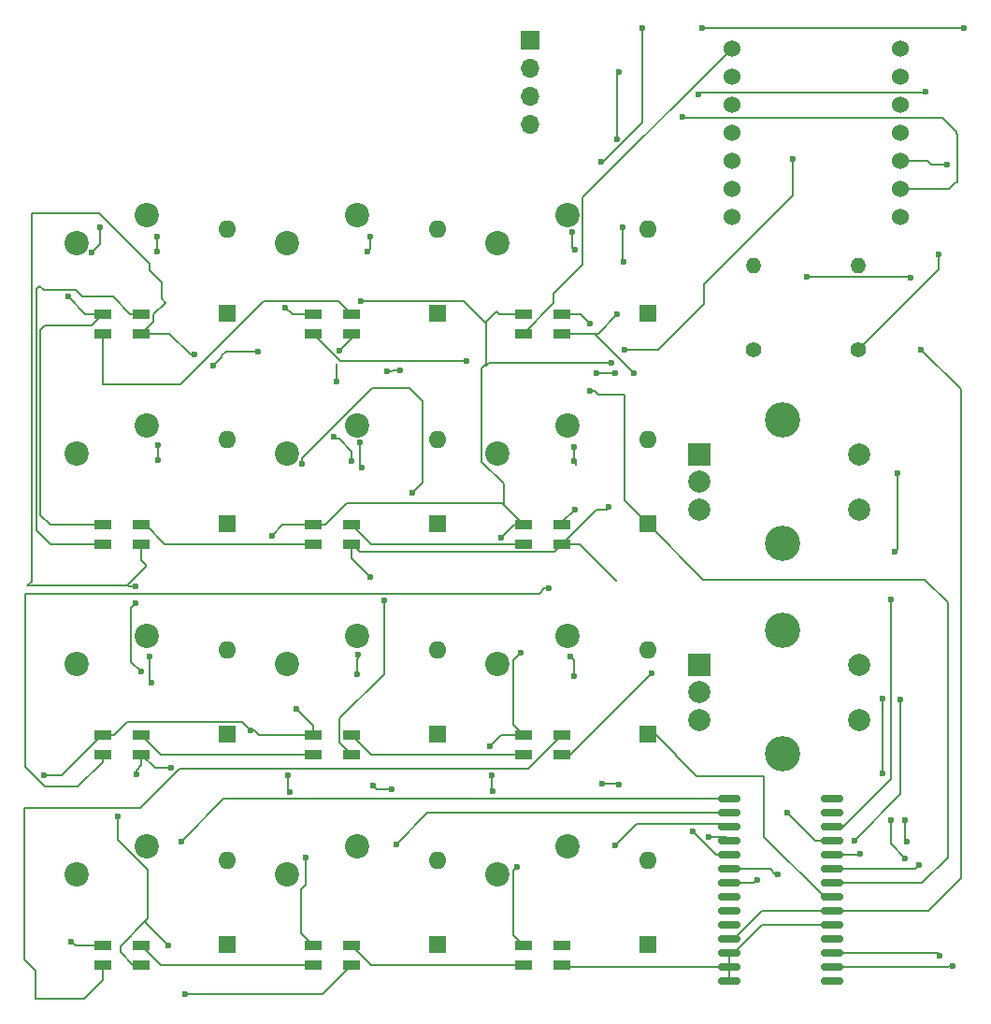
<source format=gbr>
%TF.GenerationSoftware,KiCad,Pcbnew,8.0.8*%
%TF.CreationDate,2025-02-19T23:36:16+01:00*%
%TF.ProjectId,Hackpad2.0,4861636b-7061-4643-922e-302e6b696361,rev?*%
%TF.SameCoordinates,Original*%
%TF.FileFunction,Copper,L2,Bot*%
%TF.FilePolarity,Positive*%
%FSLAX46Y46*%
G04 Gerber Fmt 4.6, Leading zero omitted, Abs format (unit mm)*
G04 Created by KiCad (PCBNEW 8.0.8) date 2025-02-19 23:36:16*
%MOMM*%
%LPD*%
G01*
G04 APERTURE LIST*
G04 Aperture macros list*
%AMRoundRect*
0 Rectangle with rounded corners*
0 $1 Rounding radius*
0 $2 $3 $4 $5 $6 $7 $8 $9 X,Y pos of 4 corners*
0 Add a 4 corners polygon primitive as box body*
4,1,4,$2,$3,$4,$5,$6,$7,$8,$9,$2,$3,0*
0 Add four circle primitives for the rounded corners*
1,1,$1+$1,$2,$3*
1,1,$1+$1,$4,$5*
1,1,$1+$1,$6,$7*
1,1,$1+$1,$8,$9*
0 Add four rect primitives between the rounded corners*
20,1,$1+$1,$2,$3,$4,$5,0*
20,1,$1+$1,$4,$5,$6,$7,0*
20,1,$1+$1,$6,$7,$8,$9,0*
20,1,$1+$1,$8,$9,$2,$3,0*%
G04 Aperture macros list end*
%TA.AperFunction,ComponentPad*%
%ADD10C,2.200000*%
%TD*%
%TA.AperFunction,ComponentPad*%
%ADD11C,1.400000*%
%TD*%
%TA.AperFunction,ComponentPad*%
%ADD12O,1.400000X1.400000*%
%TD*%
%TA.AperFunction,ComponentPad*%
%ADD13R,1.700000X1.700000*%
%TD*%
%TA.AperFunction,ComponentPad*%
%ADD14O,1.700000X1.700000*%
%TD*%
%TA.AperFunction,ComponentPad*%
%ADD15R,2.000000X2.000000*%
%TD*%
%TA.AperFunction,ComponentPad*%
%ADD16C,2.000000*%
%TD*%
%TA.AperFunction,ComponentPad*%
%ADD17C,3.200000*%
%TD*%
%TA.AperFunction,ComponentPad*%
%ADD18C,1.524000*%
%TD*%
%TA.AperFunction,ComponentPad*%
%ADD19R,1.600000X1.600000*%
%TD*%
%TA.AperFunction,ComponentPad*%
%ADD20O,1.600000X1.600000*%
%TD*%
%TA.AperFunction,SMDPad,CuDef*%
%ADD21R,1.600000X0.850000*%
%TD*%
%TA.AperFunction,SMDPad,CuDef*%
%ADD22RoundRect,0.150000X0.875000X0.150000X-0.875000X0.150000X-0.875000X-0.150000X0.875000X-0.150000X0*%
%TD*%
%TA.AperFunction,ViaPad*%
%ADD23C,0.600000*%
%TD*%
%TA.AperFunction,ViaPad*%
%ADD24C,0.300000*%
%TD*%
%TA.AperFunction,Conductor*%
%ADD25C,0.200000*%
%TD*%
G04 APERTURE END LIST*
D10*
%TO.P,SW12,1,1*%
%TO.N,SW_S_2*%
X140335000Y-54451250D03*
%TO.P,SW12,2,2*%
%TO.N,Net-(D24-A)*%
X133985000Y-56991250D03*
%TD*%
%TO.P,SW3,1,1*%
%TO.N,SW_S_3*%
X159385000Y-73501250D03*
%TO.P,SW3,2,2*%
%TO.N,Net-(D8-A)*%
X153035000Y-76041250D03*
%TD*%
D11*
%TO.P,R1,1*%
%TO.N,+3.3V*%
X176212500Y-66675000D03*
D12*
%TO.P,R1,2*%
%TO.N,Net-(U1-GPIO7{slash}SCL)*%
X176212500Y-59055000D03*
%TD*%
D10*
%TO.P,SW7,1,1*%
%TO.N,SW_S_1*%
X121285000Y-73501250D03*
%TO.P,SW7,2,2*%
%TO.N,Net-(D16-A)*%
X114935000Y-76041250D03*
%TD*%
%TO.P,SW6,1,1*%
%TO.N,SW_S_3*%
X159385000Y-54451250D03*
%TO.P,SW6,2,2*%
%TO.N,Net-(D15-A)*%
X153035000Y-56991250D03*
%TD*%
%TO.P,SW1,1,1*%
%TO.N,SW_S_2*%
X140335000Y-111601250D03*
%TO.P,SW1,2,2*%
%TO.N,Net-(D17-A)*%
X133985000Y-114141250D03*
%TD*%
%TO.P,SW9,1,1*%
%TO.N,SW_S_1*%
X121285000Y-54451250D03*
%TO.P,SW9,2,2*%
%TO.N,Net-(D21-A)*%
X114935000Y-56991250D03*
%TD*%
%TO.P,SW5,1,1*%
%TO.N,SW_S_3*%
X159385000Y-92551250D03*
%TO.P,SW5,2,2*%
%TO.N,Net-(D9-A)*%
X153035000Y-95091250D03*
%TD*%
D11*
%TO.P,R2,1*%
%TO.N,+3.3V*%
X185737500Y-66675000D03*
D12*
%TO.P,R2,2*%
%TO.N,Net-(U1-GPIO6{slash}SDA)*%
X185737500Y-59055000D03*
%TD*%
D10*
%TO.P,SW10,1,1*%
%TO.N,SW_S_2*%
X140335000Y-73501250D03*
%TO.P,SW10,2,2*%
%TO.N,Net-(D22-A)*%
X133985000Y-76041250D03*
%TD*%
%TO.P,SW11,1,1*%
%TO.N,SW_S_2*%
X140335000Y-92551250D03*
%TO.P,SW11,2,2*%
%TO.N,Net-(D23-A)*%
X133985000Y-95091250D03*
%TD*%
%TO.P,SW2,1,1*%
%TO.N,SW_S_3*%
X159385000Y-111601250D03*
%TO.P,SW2,2,2*%
%TO.N,Net-(D18-A)*%
X153035000Y-114141250D03*
%TD*%
D13*
%TO.P,J1,1,GND*%
%TO.N,GND*%
X156000000Y-38610000D03*
D14*
%TO.P,J1,2,VCC*%
%TO.N,+3.3V*%
X156000000Y-41150000D03*
%TO.P,J1,3,SCL*%
%TO.N,OLED_2*%
X156000000Y-43690000D03*
%TO.P,J1,4,SDA*%
%TO.N,OLED_3*%
X156000000Y-46230000D03*
%TD*%
D10*
%TO.P,SW4,1,1*%
%TO.N,SW_S_1*%
X121285000Y-111601250D03*
%TO.P,SW4,2,2*%
%TO.N,Net-(D20-A)*%
X114935000Y-114141250D03*
%TD*%
D15*
%TO.P,SW14,A,A*%
%TO.N,RE_R_3*%
X171343750Y-76081250D03*
D16*
%TO.P,SW14,B,B*%
%TO.N,RE_R_4*%
X171343750Y-81081250D03*
%TO.P,SW14,C,C*%
%TO.N,GND*%
X171343750Y-78581250D03*
D17*
%TO.P,SW14,MP*%
%TO.N,N/C*%
X178843750Y-72981250D03*
X178843750Y-84181250D03*
D16*
%TO.P,SW14,S1,S1*%
%TO.N,RE_S_2*%
X185843750Y-81081250D03*
%TO.P,SW14,S2,S2*%
%TO.N,GND*%
X185843750Y-76081250D03*
%TD*%
D15*
%TO.P,SW13,A,A*%
%TO.N,RE_R_1*%
X171343750Y-95131250D03*
D16*
%TO.P,SW13,B,B*%
%TO.N,RE_R_2*%
X171343750Y-100131250D03*
%TO.P,SW13,C,C*%
%TO.N,GND*%
X171343750Y-97631250D03*
D17*
%TO.P,SW13,MP*%
%TO.N,N/C*%
X178843750Y-92031250D03*
X178843750Y-103231250D03*
D16*
%TO.P,SW13,S1,S1*%
%TO.N,RE_S_1*%
X185843750Y-100131250D03*
%TO.P,SW13,S2,S2*%
%TO.N,GND*%
X185843750Y-95131250D03*
%TD*%
D18*
%TO.P,U1,1,GPIO26/ADC0/A0*%
%TO.N,LED*%
X174310000Y-39330000D03*
%TO.P,U1,2,GPIO27/ADC1/A1*%
%TO.N,unconnected-(U1-GPIO27{slash}ADC1{slash}A1-Pad2)_1*%
X174310000Y-41870000D03*
%TO.P,U1,3,GPIO28/ADC2/A2*%
%TO.N,unconnected-(U1-GPIO28{slash}ADC2{slash}A2-Pad3)*%
X174310000Y-44410000D03*
%TO.P,U1,4,GPIO29/ADC3/A3*%
%TO.N,unconnected-(U1-GPIO29{slash}ADC3{slash}A3-Pad4)_1*%
X174310000Y-46950000D03*
%TO.P,U1,5,GPIO6/SDA*%
%TO.N,Net-(U1-GPIO6{slash}SDA)*%
X174310000Y-49490000D03*
%TO.P,U1,6,GPIO7/SCL*%
%TO.N,Net-(U1-GPIO7{slash}SCL)*%
X174310000Y-52030000D03*
%TO.P,U1,7,GPIO0/TX*%
%TO.N,unconnected-(U1-GPIO0{slash}TX-Pad7)_1*%
X174310000Y-54570000D03*
%TO.P,U1,8,GPIO1/RX*%
%TO.N,unconnected-(U1-GPIO1{slash}RX-Pad8)_1*%
X189550000Y-54570000D03*
%TO.P,U1,9,GPIO2/SCK*%
%TO.N,OLED_3*%
X189550000Y-52030000D03*
%TO.P,U1,10,GPIO4/MISO*%
%TO.N,OLED_2*%
X189550000Y-49490000D03*
%TO.P,U1,11,GPIO3/MOSI*%
%TO.N,unconnected-(U1-GPIO3{slash}MOSI-Pad11)*%
X189550000Y-46950000D03*
%TO.P,U1,12,3V3*%
%TO.N,+3.3V*%
X189550000Y-44410000D03*
%TO.P,U1,13,GND*%
%TO.N,GND*%
X189550000Y-41870000D03*
%TO.P,U1,14,VBUS*%
%TO.N,+5V*%
X189550000Y-39330000D03*
%TD*%
D10*
%TO.P,SW8,1,1*%
%TO.N,SW_S_1*%
X121285000Y-92551250D03*
%TO.P,SW8,2,2*%
%TO.N,Net-(D19-A)*%
X114935000Y-95091250D03*
%TD*%
D19*
%TO.P,D18,1,K*%
%TO.N,SW_L_4*%
X166687500Y-120491250D03*
D20*
%TO.P,D18,2,A*%
%TO.N,Net-(D18-A)*%
X166687500Y-112871250D03*
%TD*%
D21*
%TO.P,D2,1,DOUT*%
%TO.N,Net-(D1-DIN)*%
X158912500Y-82468750D03*
%TO.P,D2,2,VSS*%
%TO.N,GND*%
X158912500Y-84218750D03*
%TO.P,D2,3,DIN*%
%TO.N,Net-(D2-DIN)*%
X155412500Y-84218750D03*
%TO.P,D2,4,VDD*%
%TO.N,+5V*%
X155412500Y-82468750D03*
%TD*%
D19*
%TO.P,D15,1,K*%
%TO.N,SW_L_1*%
X166687500Y-63341250D03*
D20*
%TO.P,D15,2,A*%
%TO.N,Net-(D15-A)*%
X166687500Y-55721250D03*
%TD*%
D19*
%TO.P,D16,1,K*%
%TO.N,SW_L_2*%
X128587500Y-82391250D03*
D20*
%TO.P,D16,2,A*%
%TO.N,Net-(D16-A)*%
X128587500Y-74771250D03*
%TD*%
D19*
%TO.P,D21,1,K*%
%TO.N,SW_L_1*%
X128587500Y-63341250D03*
D20*
%TO.P,D21,2,A*%
%TO.N,Net-(D21-A)*%
X128587500Y-55721250D03*
%TD*%
D19*
%TO.P,D17,1,K*%
%TO.N,SW_L_4*%
X147637500Y-120491250D03*
D20*
%TO.P,D17,2,A*%
%TO.N,Net-(D17-A)*%
X147637500Y-112871250D03*
%TD*%
D19*
%TO.P,D22,1,K*%
%TO.N,SW_L_2*%
X147637500Y-82391250D03*
D20*
%TO.P,D22,2,A*%
%TO.N,Net-(D22-A)*%
X147637500Y-74771250D03*
%TD*%
D22*
%TO.P,U2,1,GPB0*%
%TO.N,unconnected-(U2-GPB0-Pad1)*%
X183356250Y-107315000D03*
%TO.P,U2,2,GPB1*%
%TO.N,unconnected-(U2-GPB1-Pad2)*%
X183356250Y-108585000D03*
%TO.P,U2,3,GPB2*%
%TO.N,RE_R_4*%
X183356250Y-109855000D03*
%TO.P,U2,4,GPB3*%
%TO.N,RE_R_2*%
X183356250Y-111125000D03*
%TO.P,U2,5,GPB4*%
%TO.N,RE_S_1*%
X183356250Y-112395000D03*
%TO.P,U2,6,GPB5*%
%TO.N,SW_L_1*%
X183356250Y-113665000D03*
%TO.P,U2,7,GPB6*%
%TO.N,SW_L_2*%
X183356250Y-114935000D03*
%TO.P,U2,8,GPB7*%
%TO.N,SW_L_3*%
X183356250Y-116205000D03*
%TO.P,U2,9,VDD*%
%TO.N,+3.3V*%
X183356250Y-117475000D03*
%TO.P,U2,10,VSS*%
%TO.N,GND*%
X183356250Y-118745000D03*
%TO.P,U2,11,NC*%
%TO.N,unconnected-(U2-NC-Pad11)*%
X183356250Y-120015000D03*
%TO.P,U2,12,SCK*%
%TO.N,Net-(U1-GPIO7{slash}SCL)*%
X183356250Y-121285000D03*
%TO.P,U2,13,SDA*%
%TO.N,Net-(U1-GPIO6{slash}SDA)*%
X183356250Y-122555000D03*
%TO.P,U2,14,NC*%
%TO.N,unconnected-(U2-NC-Pad14)*%
X183356250Y-123825000D03*
%TO.P,U2,15,A0*%
%TO.N,GND*%
X174056250Y-123825000D03*
%TO.P,U2,16,A1*%
X174056250Y-122555000D03*
%TO.P,U2,17,A2*%
X174056250Y-121285000D03*
%TO.P,U2,18,~{RESET}*%
%TO.N,+3.3V*%
X174056250Y-120015000D03*
%TO.P,U2,19,INTB*%
%TO.N,unconnected-(U2-INTB-Pad19)*%
X174056250Y-118745000D03*
%TO.P,U2,20,INTA*%
%TO.N,unconnected-(U2-INTA-Pad20)*%
X174056250Y-117475000D03*
%TO.P,U2,21,GPA0*%
%TO.N,unconnected-(U2-GPA0-Pad21)*%
X174056250Y-116205000D03*
%TO.P,U2,22,GPA1*%
%TO.N,RE_R_3*%
X174056250Y-114935000D03*
%TO.P,U2,23,GPA2*%
%TO.N,RE_R_1*%
X174056250Y-113665000D03*
%TO.P,U2,24,GPA3*%
%TO.N,RE_S_2*%
X174056250Y-112395000D03*
%TO.P,U2,25,GPA4*%
%TO.N,SW_L_4*%
X174056250Y-111125000D03*
%TO.P,U2,26,GPA5*%
%TO.N,SW_S_3*%
X174056250Y-109855000D03*
%TO.P,U2,27,GPA6*%
%TO.N,SW_S_2*%
X174056250Y-108585000D03*
%TO.P,U2,28,GPA7*%
%TO.N,SW_S_1*%
X174056250Y-107315000D03*
%TD*%
D19*
%TO.P,D20,1,K*%
%TO.N,SW_L_4*%
X128587500Y-120491250D03*
D20*
%TO.P,D20,2,A*%
%TO.N,Net-(D20-A)*%
X128587500Y-112871250D03*
%TD*%
D21*
%TO.P,D4,1,DOUT*%
%TO.N,Net-(D3-DIN)*%
X120812500Y-82468750D03*
%TO.P,D4,2,VSS*%
%TO.N,GND*%
X120812500Y-84218750D03*
%TO.P,D4,3,DIN*%
%TO.N,Net-(D4-DIN)*%
X117312500Y-84218750D03*
%TO.P,D4,4,VDD*%
%TO.N,+5V*%
X117312500Y-82468750D03*
%TD*%
%TO.P,D14,1,DOUT*%
%TO.N,Net-(D13-DIN)*%
X139862500Y-101518750D03*
%TO.P,D14,2,VSS*%
%TO.N,GND*%
X139862500Y-103268750D03*
%TO.P,D14,3,DIN*%
%TO.N,Net-(D1-DOUT)*%
X136362500Y-103268750D03*
%TO.P,D14,4,VDD*%
%TO.N,+5V*%
X136362500Y-101518750D03*
%TD*%
%TO.P,D1,1,DOUT*%
%TO.N,Net-(D1-DOUT)*%
X120812500Y-101518750D03*
%TO.P,D1,2,VSS*%
%TO.N,GND*%
X120812500Y-103268750D03*
%TO.P,D1,3,DIN*%
%TO.N,Net-(D1-DIN)*%
X117312500Y-103268750D03*
%TO.P,D1,4,VDD*%
%TO.N,+5V*%
X117312500Y-101518750D03*
%TD*%
D19*
%TO.P,D23,1,K*%
%TO.N,SW_L_3*%
X147637500Y-101441250D03*
D20*
%TO.P,D23,2,A*%
%TO.N,Net-(D23-A)*%
X147637500Y-93821250D03*
%TD*%
D21*
%TO.P,D10,1,DOUT*%
%TO.N,unconnected-(D10-DOUT-Pad1)*%
X158912500Y-120568750D03*
%TO.P,D10,2,VSS*%
%TO.N,GND*%
X158912500Y-122318750D03*
%TO.P,D10,3,DIN*%
%TO.N,Net-(D10-DIN)*%
X155412500Y-122318750D03*
%TO.P,D10,4,VDD*%
%TO.N,+5V*%
X155412500Y-120568750D03*
%TD*%
%TO.P,D13,1,DOUT*%
%TO.N,Net-(D12-DIN)*%
X158912500Y-101518750D03*
%TO.P,D13,2,VSS*%
%TO.N,GND*%
X158912500Y-103268750D03*
%TO.P,D13,3,DIN*%
%TO.N,Net-(D13-DIN)*%
X155412500Y-103268750D03*
%TO.P,D13,4,VDD*%
%TO.N,+5V*%
X155412500Y-101518750D03*
%TD*%
D19*
%TO.P,D8,1,K*%
%TO.N,SW_L_2*%
X166687500Y-82391250D03*
D20*
%TO.P,D8,2,A*%
%TO.N,Net-(D8-A)*%
X166687500Y-74771250D03*
%TD*%
D19*
%TO.P,D9,1,K*%
%TO.N,SW_L_3*%
X166687500Y-101441250D03*
D20*
%TO.P,D9,2,A*%
%TO.N,Net-(D9-A)*%
X166687500Y-93821250D03*
%TD*%
D21*
%TO.P,D11,1,DOUT*%
%TO.N,Net-(D10-DIN)*%
X139862500Y-120568750D03*
%TO.P,D11,2,VSS*%
%TO.N,GND*%
X139862500Y-122318750D03*
%TO.P,D11,3,DIN*%
%TO.N,Net-(D11-DIN)*%
X136362500Y-122318750D03*
%TO.P,D11,4,VDD*%
%TO.N,+5V*%
X136362500Y-120568750D03*
%TD*%
%TO.P,D6,1,DOUT*%
%TO.N,Net-(D5-DIN)*%
X139862500Y-63418750D03*
%TO.P,D6,2,VSS*%
%TO.N,GND*%
X139862500Y-65168750D03*
%TO.P,D6,3,DIN*%
%TO.N,Net-(D6-DIN)*%
X136362500Y-65168750D03*
%TO.P,D6,4,VDD*%
%TO.N,+5V*%
X136362500Y-63418750D03*
%TD*%
%TO.P,D5,1,DOUT*%
%TO.N,Net-(D4-DIN)*%
X120812500Y-63418750D03*
%TO.P,D5,2,VSS*%
%TO.N,GND*%
X120812500Y-65168750D03*
%TO.P,D5,3,DIN*%
%TO.N,Net-(D5-DIN)*%
X117312500Y-65168750D03*
%TO.P,D5,4,VDD*%
%TO.N,+5V*%
X117312500Y-63418750D03*
%TD*%
D19*
%TO.P,D24,1,K*%
%TO.N,SW_L_1*%
X147637500Y-63341250D03*
D20*
%TO.P,D24,2,A*%
%TO.N,Net-(D24-A)*%
X147637500Y-55721250D03*
%TD*%
D21*
%TO.P,D7,1,DOUT*%
%TO.N,Net-(D6-DIN)*%
X158912500Y-63418750D03*
%TO.P,D7,2,VSS*%
%TO.N,GND*%
X158912500Y-65168750D03*
%TO.P,D7,3,DIN*%
%TO.N,LED*%
X155412500Y-65168750D03*
%TO.P,D7,4,VDD*%
%TO.N,+5V*%
X155412500Y-63418750D03*
%TD*%
%TO.P,D3,1,DOUT*%
%TO.N,Net-(D2-DIN)*%
X139862500Y-82468750D03*
%TO.P,D3,2,VSS*%
%TO.N,GND*%
X139862500Y-84218750D03*
%TO.P,D3,3,DIN*%
%TO.N,Net-(D3-DIN)*%
X136362500Y-84218750D03*
%TO.P,D3,4,VDD*%
%TO.N,+5V*%
X136362500Y-82468750D03*
%TD*%
D19*
%TO.P,D19,1,K*%
%TO.N,SW_L_3*%
X128587500Y-101441250D03*
D20*
%TO.P,D19,2,A*%
%TO.N,Net-(D19-A)*%
X128587500Y-93821250D03*
%TD*%
D21*
%TO.P,D12,1,DOUT*%
%TO.N,Net-(D11-DIN)*%
X120812500Y-120568750D03*
%TO.P,D12,2,VSS*%
%TO.N,GND*%
X120812500Y-122318750D03*
%TO.P,D12,3,DIN*%
%TO.N,Net-(D12-DIN)*%
X117312500Y-122318750D03*
%TO.P,D12,4,VDD*%
%TO.N,+5V*%
X117312500Y-120568750D03*
%TD*%
D23*
%TO.N,+5V*%
X134090000Y-105190000D03*
X134240000Y-106685735D03*
X155190000Y-94080000D03*
X154800000Y-113490000D03*
X163400000Y-67840000D03*
X133870000Y-62810000D03*
X152360000Y-102530000D03*
X114460000Y-120190000D03*
X152670000Y-106560000D03*
X140720000Y-62210000D03*
X117050000Y-55510000D03*
X111970000Y-105130000D03*
X132650000Y-83440000D03*
X116313345Y-57803761D03*
X179830000Y-49350000D03*
X164610000Y-66620000D03*
X134850000Y-99180000D03*
X114160000Y-61820000D03*
X152520000Y-105190000D03*
X153410000Y-83618750D03*
X135680000Y-112580000D03*
X130670000Y-101100000D03*
%TO.N,GND*%
X166210000Y-37480000D03*
X164460000Y-58710000D03*
X123270000Y-120570000D03*
X120790000Y-95790000D03*
X167060000Y-95900000D03*
X118670000Y-108910000D03*
X131360000Y-66770000D03*
X139880000Y-76670000D03*
X138776140Y-66733860D03*
X162480000Y-49650000D03*
X120340000Y-105110000D03*
X171560000Y-37470000D03*
X138280000Y-74540000D03*
D24*
X163850000Y-87550000D03*
D23*
X165450000Y-68750000D03*
X127320000Y-68070000D03*
X163930000Y-63430000D03*
X120320000Y-88090000D03*
X163170000Y-80850000D03*
X120290000Y-89600000D03*
X141550000Y-87170000D03*
X142770000Y-89290000D03*
X123540000Y-104500000D03*
X124790000Y-124930000D03*
X125650000Y-67080000D03*
X195330000Y-37550000D03*
X164380000Y-55510000D03*
X138510000Y-69510000D03*
%TO.N,Net-(D1-DIN)*%
X160050000Y-81080000D03*
X157690000Y-88230000D03*
%TO.N,Net-(D6-DIN)*%
X150269265Y-67640735D03*
X161420000Y-64260000D03*
%TO.N,SW_L_2*%
X145360000Y-79560000D03*
X161430000Y-70330000D03*
X135390000Y-76970000D03*
%TO.N,SW_L_3*%
X141775735Y-106085735D03*
X162530000Y-105880000D03*
X164100000Y-105990000D03*
X143470000Y-106440000D03*
%TO.N,SW_L_1*%
X143050000Y-68560000D03*
X144250000Y-68480000D03*
X191220000Y-113320000D03*
X162070000Y-68780000D03*
X163720000Y-68710000D03*
%TO.N,OLED_3*%
X169790000Y-45510000D03*
%TO.N,OLED_2*%
X191873486Y-43302238D03*
X193750000Y-49890000D03*
X171230000Y-43510000D03*
%TO.N,Net-(U1-GPIO7{slash}SCL)*%
X193110000Y-121500000D03*
X190490000Y-60090000D03*
X181050000Y-60060000D03*
%TO.N,+3.3V*%
X193020000Y-57990000D03*
X163880000Y-47560000D03*
X164100000Y-41510000D03*
X191450000Y-66620000D03*
%TO.N,Net-(U1-GPIO6{slash}SDA)*%
X194300000Y-122430000D03*
%TO.N,SW_L_4*%
X172230000Y-110770000D03*
%TO.N,SW_S_3*%
X160020000Y-76730000D03*
X159870000Y-55960000D03*
X160020000Y-96210000D03*
X163760000Y-111490000D03*
X159620000Y-94370000D03*
X160090000Y-57591250D03*
X160020000Y-75441250D03*
%TO.N,SW_S_1*%
X124420000Y-111160000D03*
X122280000Y-75240000D03*
X122200000Y-57780000D03*
X122280000Y-76641250D03*
X121530000Y-94370000D03*
X122200000Y-56391250D03*
X121760000Y-96760000D03*
%TO.N,SW_S_2*%
X140440000Y-94220000D03*
X140810000Y-77330000D03*
X143920000Y-111380000D03*
X141260000Y-57750000D03*
X140590000Y-75020000D03*
X140370000Y-96010000D03*
X141560000Y-56391250D03*
%TO.N,RE_R_2*%
X179300000Y-108550000D03*
%TO.N,RE_R_1*%
X187980000Y-104980000D03*
X188660000Y-109240000D03*
X178460000Y-114110000D03*
X189950000Y-112660000D03*
X187980000Y-98200000D03*
%TO.N,RE_S_1*%
X185890000Y-112270000D03*
X190000000Y-109240000D03*
X190150000Y-111150000D03*
%TO.N,RE_S_2*%
X170760000Y-110250000D03*
%TO.N,RE_R_3*%
X189570000Y-98280000D03*
X189270000Y-77810000D03*
X185390000Y-111060000D03*
X176560000Y-114640000D03*
X189040000Y-84890000D03*
%TO.N,RE_R_4*%
X188740000Y-89220000D03*
%TD*%
D25*
%TO.N,+5V*%
X152060000Y-64260000D02*
X152060000Y-64110000D01*
X114460000Y-120190000D02*
X114838750Y-120568750D01*
X111690000Y-81580000D02*
X112578750Y-82468750D01*
X152060000Y-68070000D02*
X152060000Y-67920000D01*
X152290000Y-67840000D02*
X152060000Y-68070000D01*
X152060000Y-64110000D02*
X152970000Y-63200000D01*
X119490000Y-100341250D02*
X129911250Y-100341250D01*
X136362500Y-82468750D02*
X133621250Y-82468750D01*
X136362500Y-82468750D02*
X137501250Y-82468750D01*
X155190000Y-94080000D02*
X154495000Y-94775000D01*
X179830000Y-49350000D02*
X179830000Y-52630000D01*
X117312500Y-63418750D02*
X115758750Y-63418750D01*
X114838750Y-120568750D02*
X117312500Y-120568750D01*
X154560000Y-82468750D02*
X153410000Y-83618750D01*
X129911250Y-100341250D02*
X130670000Y-101100000D01*
X152970000Y-63200000D02*
X153188750Y-63418750D01*
X153650000Y-78769194D02*
X153650000Y-80550000D01*
X116287500Y-64443750D02*
X112076250Y-64443750D01*
X117312500Y-101518750D02*
X118312500Y-101518750D01*
X116313345Y-57803761D02*
X117050000Y-57067106D01*
X135300000Y-115470000D02*
X135300000Y-119506250D01*
X134090000Y-105190000D02*
X134090000Y-106535735D01*
X152520000Y-105190000D02*
X152520000Y-106410000D01*
X111690000Y-64830000D02*
X111690000Y-81580000D01*
X117050000Y-57067106D02*
X117050000Y-55510000D01*
X171770000Y-60690000D02*
X171770000Y-62510000D01*
X167660000Y-66620000D02*
X164610000Y-66620000D01*
X171770000Y-62510000D02*
X167660000Y-66620000D01*
X135300000Y-119506250D02*
X136362500Y-120568750D01*
X153371250Y-101518750D02*
X152360000Y-102530000D01*
X139420000Y-80550000D02*
X153493750Y-80550000D01*
X155412500Y-101518750D02*
X153371250Y-101518750D01*
X151635000Y-76754194D02*
X153650000Y-78769194D01*
X115758750Y-63418750D02*
X114160000Y-61820000D01*
X151635000Y-68345000D02*
X151635000Y-76754194D01*
X131050000Y-101100000D02*
X131468750Y-101518750D01*
X112578750Y-82468750D02*
X117312500Y-82468750D01*
X136362500Y-100692500D02*
X134850000Y-99180000D01*
X179830000Y-52630000D02*
X171770000Y-60690000D01*
X134090000Y-106535735D02*
X134240000Y-106685735D01*
X117237500Y-101518750D02*
X113626250Y-105130000D01*
X113626250Y-105130000D02*
X111970000Y-105130000D01*
X137501250Y-82468750D02*
X139420000Y-80550000D01*
X154495000Y-113795000D02*
X154495000Y-119651250D01*
X136362500Y-101518750D02*
X136362500Y-100692500D01*
X131468750Y-101518750D02*
X136362500Y-101518750D01*
X155412500Y-82468750D02*
X154560000Y-82468750D01*
X154495000Y-94775000D02*
X154495000Y-100601250D01*
X150010000Y-62210000D02*
X152060000Y-64260000D01*
X130670000Y-101100000D02*
X131050000Y-101100000D01*
X118312500Y-101518750D02*
X119490000Y-100341250D01*
X133621250Y-82468750D02*
X132650000Y-83440000D01*
X134478750Y-63418750D02*
X133870000Y-62810000D01*
X154800000Y-113490000D02*
X154495000Y-113795000D01*
X140720000Y-62210000D02*
X150010000Y-62210000D01*
X163400000Y-67840000D02*
X152290000Y-67840000D01*
X135680000Y-112580000D02*
X135680000Y-115090000D01*
X135680000Y-115090000D02*
X135300000Y-115470000D01*
X153493750Y-80550000D02*
X155412500Y-82468750D01*
X112076250Y-64443750D02*
X111690000Y-64830000D01*
X152520000Y-106410000D02*
X152670000Y-106560000D01*
X117312500Y-63418750D02*
X116287500Y-64443750D01*
X154495000Y-119651250D02*
X155412500Y-120568750D01*
X154495000Y-100601250D02*
X155412500Y-101518750D01*
X152060000Y-67920000D02*
X152060000Y-64260000D01*
X153188750Y-63418750D02*
X155412500Y-63418750D01*
X152060000Y-67920000D02*
X151635000Y-68345000D01*
X117312500Y-101518750D02*
X117237500Y-101518750D01*
X136362500Y-63418750D02*
X134478750Y-63418750D01*
%TO.N,GND*%
X110510000Y-88000000D02*
X110510000Y-88010000D01*
X119490000Y-88010000D02*
X119560000Y-87940000D01*
X122625000Y-60555000D02*
X121540000Y-59470000D01*
X121430000Y-113726149D02*
X118670000Y-110966149D01*
X121238125Y-118538125D02*
X121238125Y-118318125D01*
X163850000Y-87550000D02*
X160518750Y-84218750D01*
X139862500Y-65168750D02*
X139862500Y-65647500D01*
X162638529Y-49650000D02*
X162480000Y-49650000D01*
X125650000Y-67080000D02*
X125270000Y-67080000D01*
X123270000Y-120570000D02*
X121238125Y-118538125D01*
X162051250Y-81080000D02*
X158912500Y-84218750D01*
X120340000Y-104720000D02*
X120812500Y-104247500D01*
X159148750Y-122555000D02*
X158912500Y-122318750D01*
X118920000Y-121200000D02*
X118920000Y-120636250D01*
X120320000Y-88090000D02*
X119710000Y-88090000D01*
X162940000Y-81080000D02*
X162051250Y-81080000D01*
X120340000Y-105110000D02*
X120340000Y-104720000D01*
X128460000Y-66770000D02*
X128080000Y-67150000D01*
X137251250Y-124930000D02*
X124790000Y-124930000D01*
X121240000Y-86100000D02*
X120812500Y-85672500D01*
X119885000Y-94885000D02*
X119885000Y-90005000D01*
X120812500Y-122318750D02*
X120038750Y-122318750D01*
X119885000Y-90005000D02*
X120290000Y-89600000D01*
X163170000Y-80850000D02*
X162940000Y-81080000D01*
X120812500Y-103268750D02*
X122043750Y-104500000D01*
X122043750Y-104500000D02*
X123540000Y-104500000D01*
X122625000Y-61995000D02*
X122625000Y-60555000D01*
X118920000Y-120636250D02*
X121238125Y-118318125D01*
X174056250Y-121285000D02*
X174056250Y-122555000D01*
X138430000Y-74690000D02*
X138280000Y-74540000D01*
X138510000Y-69510000D02*
X138510000Y-67881936D01*
X128080000Y-67310000D02*
X127320000Y-68070000D01*
X116970000Y-54290000D02*
X110890000Y-54290000D01*
X195250000Y-37470000D02*
X195330000Y-37550000D01*
X174056250Y-123825000D02*
X174056250Y-122555000D01*
X121240000Y-86260000D02*
X121240000Y-86100000D01*
X120038750Y-122318750D02*
X118920000Y-121200000D01*
X164380000Y-55510000D02*
X164380000Y-58630000D01*
X140587500Y-84943750D02*
X158187500Y-84943750D01*
X110510000Y-88010000D02*
X119490000Y-88010000D01*
X161868750Y-65168750D02*
X158912500Y-65168750D01*
X160518750Y-84218750D02*
X158912500Y-84218750D01*
X110890000Y-87620000D02*
X110510000Y-88000000D01*
X176991802Y-118745000D02*
X174451802Y-121285000D01*
X119710000Y-88090000D02*
X119560000Y-87940000D01*
X118670000Y-110966149D02*
X118670000Y-108910000D01*
X121540000Y-58860000D02*
X116970000Y-54290000D01*
X174451802Y-121285000D02*
X174056250Y-121285000D01*
X110890000Y-54290000D02*
X110890000Y-87620000D01*
X120812500Y-104247500D02*
X120812500Y-103268750D01*
X139862500Y-84218750D02*
X139862500Y-85482500D01*
X139862500Y-103268750D02*
X138762500Y-102168750D01*
X164380000Y-58630000D02*
X164460000Y-58710000D01*
X122990000Y-62360000D02*
X122625000Y-61995000D01*
X131360000Y-66770000D02*
X128460000Y-66770000D01*
X121430000Y-118126250D02*
X121430000Y-116830000D01*
X121430000Y-116830000D02*
X121430000Y-113726149D01*
X139862500Y-122318750D02*
X137251250Y-124930000D01*
X142770000Y-95979652D02*
X142770000Y-89290000D01*
X158187500Y-84943750D02*
X158912500Y-84218750D01*
X138740000Y-74690000D02*
X138430000Y-74690000D01*
X121912500Y-63437500D02*
X122990000Y-62360000D01*
X128080000Y-67150000D02*
X128080000Y-67310000D01*
X120790000Y-95790000D02*
X119885000Y-94885000D01*
X165450000Y-68750000D02*
X161868750Y-65168750D01*
X139880000Y-75830000D02*
X138740000Y-74690000D01*
X163930000Y-63430000D02*
X162191250Y-65168750D01*
X139862500Y-85482500D02*
X141550000Y-87170000D01*
X166210000Y-37480000D02*
X166210000Y-46078529D01*
X121238125Y-118318125D02*
X121430000Y-118126250D01*
X121540000Y-59470000D02*
X121540000Y-58860000D01*
X120812500Y-65168750D02*
X121912500Y-64068750D01*
X171560000Y-37470000D02*
X195250000Y-37470000D01*
X121912500Y-64068750D02*
X121912500Y-63437500D01*
X139862500Y-65647500D02*
X138776140Y-66733860D01*
X139880000Y-76670000D02*
X139880000Y-75830000D01*
X138762500Y-102168750D02*
X138762500Y-99987152D01*
X166210000Y-46078529D02*
X162638529Y-49650000D01*
X174056250Y-122555000D02*
X159148750Y-122555000D01*
X120812500Y-85672500D02*
X120812500Y-84218750D01*
X123358750Y-65168750D02*
X120812500Y-65168750D01*
X139862500Y-84218750D02*
X140587500Y-84943750D01*
X119560000Y-87940000D02*
X121240000Y-86260000D01*
X138762500Y-99987152D02*
X142770000Y-95979652D01*
X159691250Y-103268750D02*
X167060000Y-95900000D01*
X125270000Y-67080000D02*
X123358750Y-65168750D01*
X183356250Y-118745000D02*
X176991802Y-118745000D01*
X162191250Y-65168750D02*
X158912500Y-65168750D01*
X158912500Y-103268750D02*
X159691250Y-103268750D01*
%TO.N,Net-(D1-DOUT)*%
X122562500Y-103268750D02*
X136362500Y-103268750D01*
X120812500Y-101518750D02*
X122562500Y-103268750D01*
%TO.N,Net-(D1-DIN)*%
X156850000Y-88690000D02*
X110280000Y-88690000D01*
X157690000Y-88230000D02*
X157310000Y-88230000D01*
X158912500Y-82468750D02*
X158912500Y-82217500D01*
X112100000Y-106190000D02*
X115080000Y-106190000D01*
X117312500Y-103957500D02*
X117312500Y-103268750D01*
X110280000Y-88690000D02*
X110280000Y-104370000D01*
X110280000Y-104370000D02*
X112100000Y-106190000D01*
X157310000Y-88230000D02*
X156850000Y-88690000D01*
X158912500Y-82217500D02*
X160050000Y-81080000D01*
X115080000Y-106190000D02*
X117312500Y-103957500D01*
%TO.N,Net-(D2-DIN)*%
X139862500Y-82468750D02*
X141612500Y-84218750D01*
X141612500Y-84218750D02*
X155412500Y-84218750D01*
%TO.N,Net-(D3-DIN)*%
X120812500Y-82468750D02*
X121187500Y-82468750D01*
X122937500Y-84218750D02*
X136362500Y-84218750D01*
X121187500Y-82468750D02*
X122937500Y-84218750D01*
%TO.N,Net-(D4-DIN)*%
X115450000Y-61830000D02*
X114840000Y-61220000D01*
X111290000Y-83010000D02*
X112560000Y-84280000D01*
X114840000Y-61220000D02*
X111950000Y-61220000D01*
X118223750Y-61830000D02*
X115450000Y-61830000D01*
X120812500Y-63418750D02*
X119812500Y-63418750D01*
X111570000Y-60840000D02*
X111290000Y-61120000D01*
X119812500Y-63418750D02*
X118223750Y-61830000D01*
X111950000Y-61220000D02*
X111570000Y-60840000D01*
X112621250Y-84218750D02*
X117312500Y-84218750D01*
X111290000Y-61120000D02*
X111290000Y-83010000D01*
X112560000Y-84280000D02*
X112621250Y-84218750D01*
%TO.N,Net-(D5-DIN)*%
X117312500Y-69702500D02*
X117312500Y-65168750D01*
X131918750Y-62210000D02*
X124388750Y-69740000D01*
X139862500Y-63418750D02*
X138653750Y-62210000D01*
X117350000Y-69740000D02*
X117312500Y-69702500D01*
X124388750Y-69740000D02*
X117350000Y-69740000D01*
X138653750Y-62210000D02*
X131918750Y-62210000D01*
%TO.N,Net-(D6-DIN)*%
X138834485Y-67640735D02*
X136362500Y-65168750D01*
X150269265Y-67640735D02*
X138834485Y-67640735D01*
X158912500Y-63418750D02*
X160578750Y-63418750D01*
X160578750Y-63418750D02*
X161420000Y-64260000D01*
%TO.N,LED*%
X158164826Y-62416424D02*
X158164826Y-61534826D01*
X155412500Y-65168750D02*
X158164826Y-62416424D01*
X158164826Y-61534826D02*
X160785000Y-58914652D01*
X160785000Y-52855000D02*
X174310000Y-39330000D01*
X160785000Y-58914652D02*
X160785000Y-52855000D01*
%TO.N,SW_L_2*%
X193840000Y-112600000D02*
X193840000Y-89510000D01*
X193840000Y-89510000D02*
X191750000Y-87420000D01*
X145130000Y-70120000D02*
X146270000Y-71260000D01*
X141736351Y-70120000D02*
X142160000Y-70120000D01*
X161880000Y-70330000D02*
X162240000Y-70690000D01*
X171716250Y-87420000D02*
X166687500Y-82391250D01*
X164570000Y-70690000D02*
X164570000Y-80273750D01*
X146270000Y-78650000D02*
X145360000Y-79560000D01*
X183356250Y-114935000D02*
X191505000Y-114935000D01*
X191750000Y-87420000D02*
X171716250Y-87420000D01*
X164570000Y-80273750D02*
X166687500Y-82391250D01*
X142160000Y-70120000D02*
X145130000Y-70120000D01*
X162240000Y-70690000D02*
X164570000Y-70690000D01*
X135390000Y-76970000D02*
X135390000Y-76466351D01*
X135390000Y-76466351D02*
X141736351Y-70120000D01*
X161430000Y-70330000D02*
X161880000Y-70330000D01*
X191505000Y-114935000D02*
X193840000Y-112600000D01*
X146270000Y-71260000D02*
X146270000Y-78650000D01*
%TO.N,SW_L_3*%
X182660698Y-116205000D02*
X177210000Y-110754302D01*
X167391250Y-101441250D02*
X166687500Y-101441250D01*
X169250000Y-103300000D02*
X167391250Y-101441250D01*
X143470000Y-106440000D02*
X142130000Y-106440000D01*
X177210000Y-110754302D02*
X177210000Y-105210000D01*
X142130000Y-106440000D02*
X141775735Y-106085735D01*
X169250000Y-103410000D02*
X169250000Y-103300000D01*
X177210000Y-105210000D02*
X171050000Y-105210000D01*
X164100000Y-105990000D02*
X163990000Y-105880000D01*
X183356250Y-116205000D02*
X182660698Y-116205000D01*
X163990000Y-105880000D02*
X162530000Y-105880000D01*
X171050000Y-105210000D02*
X169250000Y-103410000D01*
%TO.N,Net-(D10-DIN)*%
X141612500Y-122318750D02*
X155412500Y-122318750D01*
X139862500Y-120568750D02*
X141612500Y-122318750D01*
%TO.N,Net-(D11-DIN)*%
X122562500Y-122318750D02*
X136362500Y-122318750D01*
X120812500Y-120568750D02*
X122562500Y-122318750D01*
%TO.N,Net-(D12-DIN)*%
X115660000Y-125370000D02*
X117312500Y-123717500D01*
X124298529Y-104590000D02*
X120728529Y-108160000D01*
X110250000Y-108160000D02*
X110250000Y-121830000D01*
X110250000Y-121830000D02*
X111240000Y-122820000D01*
X158912500Y-101518750D02*
X155841250Y-104590000D01*
X155841250Y-104590000D02*
X124298529Y-104590000D01*
X117312500Y-123717500D02*
X117312500Y-122318750D01*
X120728529Y-108160000D02*
X110250000Y-108160000D01*
X111240000Y-122820000D02*
X111240000Y-125370000D01*
X111240000Y-125370000D02*
X115660000Y-125370000D01*
%TO.N,Net-(D13-DIN)*%
X139862500Y-101518750D02*
X141612500Y-103268750D01*
X141612500Y-103268750D02*
X155412500Y-103268750D01*
%TO.N,SW_L_1*%
X143050000Y-68560000D02*
X143470000Y-68560000D01*
X143470000Y-68560000D02*
X143550000Y-68480000D01*
X143550000Y-68480000D02*
X144250000Y-68480000D01*
X191220000Y-113320000D02*
X190875000Y-113665000D01*
X163650000Y-68780000D02*
X163720000Y-68710000D01*
X162070000Y-68780000D02*
X163650000Y-68780000D01*
X190875000Y-113665000D02*
X183356250Y-113665000D01*
%TO.N,OLED_3*%
X194650000Y-47050000D02*
X194700000Y-47100000D01*
X193960000Y-52030000D02*
X189550000Y-52030000D01*
X194700000Y-51490000D02*
X194500000Y-51490000D01*
X194650000Y-46900000D02*
X194650000Y-47050000D01*
X169790000Y-45510000D02*
X169890000Y-45610000D01*
X194500000Y-51490000D02*
X193960000Y-52030000D01*
X169890000Y-45610000D02*
X193360000Y-45610000D01*
X194700000Y-47100000D02*
X194700000Y-51490000D01*
X193360000Y-45610000D02*
X194650000Y-46900000D01*
%TO.N,OLED_2*%
X192360000Y-49890000D02*
X191960000Y-49490000D01*
X191960000Y-49490000D02*
X189550000Y-49490000D01*
X191827724Y-43348000D02*
X191873486Y-43302238D01*
X193750000Y-49890000D02*
X192360000Y-49890000D01*
X171392000Y-43348000D02*
X191827724Y-43348000D01*
X171230000Y-43510000D02*
X171392000Y-43348000D01*
%TO.N,Net-(U1-GPIO7{slash}SCL)*%
X190460000Y-60060000D02*
X190490000Y-60090000D01*
X192895000Y-121285000D02*
X183356250Y-121285000D01*
X181050000Y-60060000D02*
X190460000Y-60060000D01*
X193110000Y-121500000D02*
X192895000Y-121285000D01*
%TO.N,+3.3V*%
X193020000Y-59392500D02*
X185737500Y-66675000D01*
X163880000Y-47560000D02*
X163880000Y-41730000D01*
X183356250Y-117475000D02*
X176991802Y-117475000D01*
X176991802Y-117475000D02*
X174451802Y-120015000D01*
X191450000Y-66620000D02*
X195040000Y-70210000D01*
X193020000Y-57990000D02*
X193020000Y-59392500D01*
X174451802Y-120015000D02*
X174056250Y-120015000D01*
X192045000Y-117475000D02*
X183356250Y-117475000D01*
X195040000Y-114480000D02*
X192045000Y-117475000D01*
X195040000Y-70210000D02*
X195040000Y-114480000D01*
X163880000Y-41730000D02*
X164100000Y-41510000D01*
%TO.N,Net-(U1-GPIO6{slash}SDA)*%
X194300000Y-122430000D02*
X193970000Y-122430000D01*
X193970000Y-122430000D02*
X193845000Y-122555000D01*
X193845000Y-122555000D02*
X183356250Y-122555000D01*
%TO.N,SW_L_4*%
X173701250Y-110770000D02*
X174056250Y-111125000D01*
X172230000Y-110770000D02*
X173701250Y-110770000D01*
%TO.N,SW_S_3*%
X159970000Y-94720000D02*
X159970000Y-95960000D01*
X160170000Y-76880000D02*
X160020000Y-76730000D01*
X165694999Y-109555001D02*
X163760000Y-111490000D01*
X159620000Y-94370000D02*
X159970000Y-94720000D01*
X160012500Y-96002500D02*
X160012500Y-96202500D01*
X159870000Y-55960000D02*
X159870000Y-57371250D01*
X159870000Y-57371250D02*
X160090000Y-57591250D01*
X160020000Y-75441250D02*
X160020000Y-76730000D01*
X173756251Y-109555001D02*
X165694999Y-109555001D01*
X174056250Y-109855000D02*
X173756251Y-109555001D01*
X159970000Y-95960000D02*
X160012500Y-96002500D01*
X160170000Y-77030000D02*
X160170000Y-76880000D01*
X159970000Y-95960000D02*
X159970000Y-96110000D01*
X160012500Y-96202500D02*
X160020000Y-96210000D01*
%TO.N,SW_S_1*%
X128265000Y-107315000D02*
X124420000Y-111160000D01*
X122280000Y-75240000D02*
X122280000Y-76641250D01*
X174056250Y-107315000D02*
X128265000Y-107315000D01*
X121530000Y-94370000D02*
X121530000Y-96530000D01*
X122200000Y-56391250D02*
X122200000Y-57780000D01*
X121530000Y-96530000D02*
X121760000Y-96760000D01*
%TO.N,SW_S_2*%
X140440000Y-94590000D02*
X140370000Y-94660000D01*
X174056250Y-108585000D02*
X146715000Y-108585000D01*
X141560000Y-57450000D02*
X141260000Y-57750000D01*
X146715000Y-108585000D02*
X143920000Y-111380000D01*
X140590000Y-75020000D02*
X140590000Y-77110000D01*
X140440000Y-94220000D02*
X140440000Y-94590000D01*
X140590000Y-77110000D02*
X140810000Y-77330000D01*
X141560000Y-56391250D02*
X141560000Y-57450000D01*
X140370000Y-94660000D02*
X140370000Y-96010000D01*
%TO.N,RE_R_2*%
X183356250Y-111125000D02*
X181875000Y-111125000D01*
X181875000Y-111125000D02*
X179300000Y-108550000D01*
%TO.N,RE_R_1*%
X177795000Y-113665000D02*
X174056250Y-113665000D01*
X188660000Y-109240000D02*
X188660000Y-111370000D01*
X187980000Y-98200000D02*
X187980000Y-104980000D01*
X188660000Y-111370000D02*
X189950000Y-112660000D01*
X188050000Y-105050000D02*
X187980000Y-104980000D01*
X178460000Y-114110000D02*
X178240000Y-114110000D01*
X178240000Y-114110000D02*
X177795000Y-113665000D01*
%TO.N,RE_S_1*%
X185765000Y-112395000D02*
X183356250Y-112395000D01*
X190000000Y-111000000D02*
X190150000Y-111150000D01*
X185890000Y-112270000D02*
X185765000Y-112395000D01*
X190000000Y-109240000D02*
X190000000Y-111000000D01*
%TO.N,RE_S_2*%
X170760000Y-110250000D02*
X172905000Y-112395000D01*
X172905000Y-112395000D02*
X174056250Y-112395000D01*
%TO.N,RE_R_3*%
X189270000Y-84660000D02*
X189040000Y-84890000D01*
X189270000Y-77810000D02*
X189270000Y-84660000D01*
X176560000Y-114640000D02*
X176265000Y-114935000D01*
X189570000Y-106880000D02*
X185390000Y-111060000D01*
X176265000Y-114935000D02*
X174056250Y-114935000D01*
X189570000Y-98280000D02*
X189570000Y-106880000D01*
%TO.N,RE_R_4*%
X183356250Y-109855000D02*
X184381249Y-109855000D01*
X184381249Y-109855000D02*
X188740000Y-105496249D01*
X188740000Y-105496249D02*
X188740000Y-89220000D01*
%TD*%
M02*

</source>
